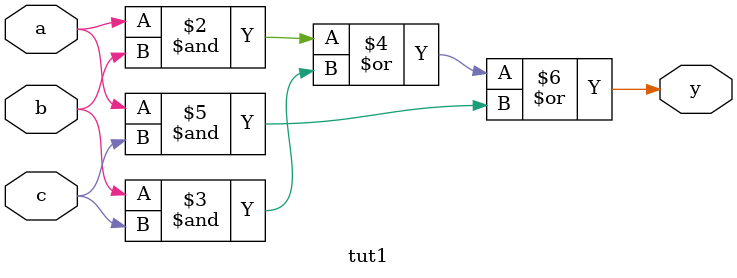
<source format=v>

module tut1(a,b,c,y);
//===
input a,b,c;
output y;
//===
//wire im1;
//wire im2;
//wire im3;
reg y;
//y=a*b+b*c+c*a and,or
//and(im1,a,b);
//and(im2,b,c);
//and(im3,c,a);
//
//or(y,im1,im2,im3);

//assign y=(a&b)|(b&c)|(a&c);
always@(a or b or c)begin
	y=(a&b)|(b&c)|(a&c);


end

endmodule
</source>
